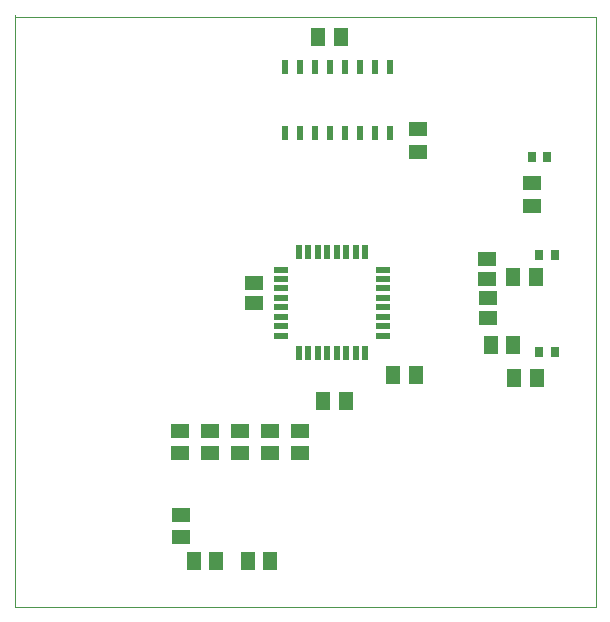
<source format=gbp>
G75*
%MOIN*%
%OFA0B0*%
%FSLAX24Y24*%
%IPPOS*%
%LPD*%
%AMOC8*
5,1,8,0,0,1.08239X$1,22.5*
%
%ADD10C,0.0000*%
%ADD11R,0.0591X0.0512*%
%ADD12R,0.0500X0.0220*%
%ADD13R,0.0220X0.0500*%
%ADD14R,0.0512X0.0591*%
%ADD15R,0.0236X0.0472*%
%ADD16R,0.0512X0.0630*%
%ADD17R,0.0276X0.0354*%
D10*
X018150Y018150D02*
X037520Y018150D01*
X037520Y037835D01*
X018150Y037835D01*
X018150Y037900D02*
X018150Y018150D01*
D11*
X023700Y020476D03*
X023700Y021224D03*
X023650Y023276D03*
X023650Y024024D03*
X024650Y024024D03*
X025650Y024024D03*
X026650Y024024D03*
X027650Y024024D03*
X027650Y023276D03*
X026650Y023276D03*
X025650Y023276D03*
X024650Y023276D03*
X026148Y028294D03*
X026148Y028963D03*
X031602Y033333D03*
X031602Y034081D03*
X035400Y032274D03*
X035400Y031526D03*
X033914Y029756D03*
X033914Y029087D03*
X033933Y028471D03*
X033933Y027802D03*
D12*
X030419Y027829D03*
X030419Y028144D03*
X030419Y028459D03*
X030419Y028774D03*
X030419Y029089D03*
X030419Y029404D03*
X030419Y027514D03*
X030419Y027199D03*
X027039Y027199D03*
X027039Y027514D03*
X027039Y027829D03*
X027039Y028144D03*
X027039Y028459D03*
X027039Y028774D03*
X027039Y029089D03*
X027039Y029404D03*
D13*
X027627Y029991D03*
X027942Y029991D03*
X028257Y029991D03*
X028571Y029991D03*
X028886Y029991D03*
X029201Y029991D03*
X029516Y029991D03*
X029831Y029991D03*
X029831Y026611D03*
X029516Y026611D03*
X029201Y026611D03*
X028886Y026611D03*
X028571Y026611D03*
X028257Y026611D03*
X027942Y026611D03*
X027627Y026611D03*
D14*
X028436Y025020D03*
X029184Y025020D03*
X030776Y025900D03*
X031524Y025900D03*
X034026Y026900D03*
X034774Y026900D03*
X034806Y025780D03*
X035554Y025780D03*
X035524Y029150D03*
X034776Y029150D03*
X026674Y019700D03*
X025926Y019700D03*
X024874Y019700D03*
X024126Y019700D03*
D15*
X027150Y033968D03*
X027650Y033968D03*
X028150Y033968D03*
X028650Y033968D03*
X029150Y033968D03*
X029650Y033968D03*
X030150Y033968D03*
X030650Y033968D03*
X030650Y036172D03*
X030150Y036172D03*
X029650Y036172D03*
X029150Y036172D03*
X028650Y036172D03*
X028150Y036172D03*
X027650Y036172D03*
X027150Y036172D03*
D16*
X028256Y037150D03*
X029044Y037150D03*
D17*
X035394Y033150D03*
X035906Y033150D03*
X036156Y029900D03*
X035644Y029900D03*
X035644Y026650D03*
X036156Y026650D03*
M02*

</source>
